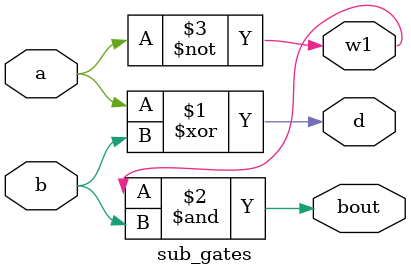
<source format=sv>
module sub_gates(d,w1,bout,a,b);
  input a,b;
  output d,w1,bout;

  xor n1(d,a,b);
  not n2(w1,a);
  and n3(bout,w1,b);
 
 endmodule

</source>
